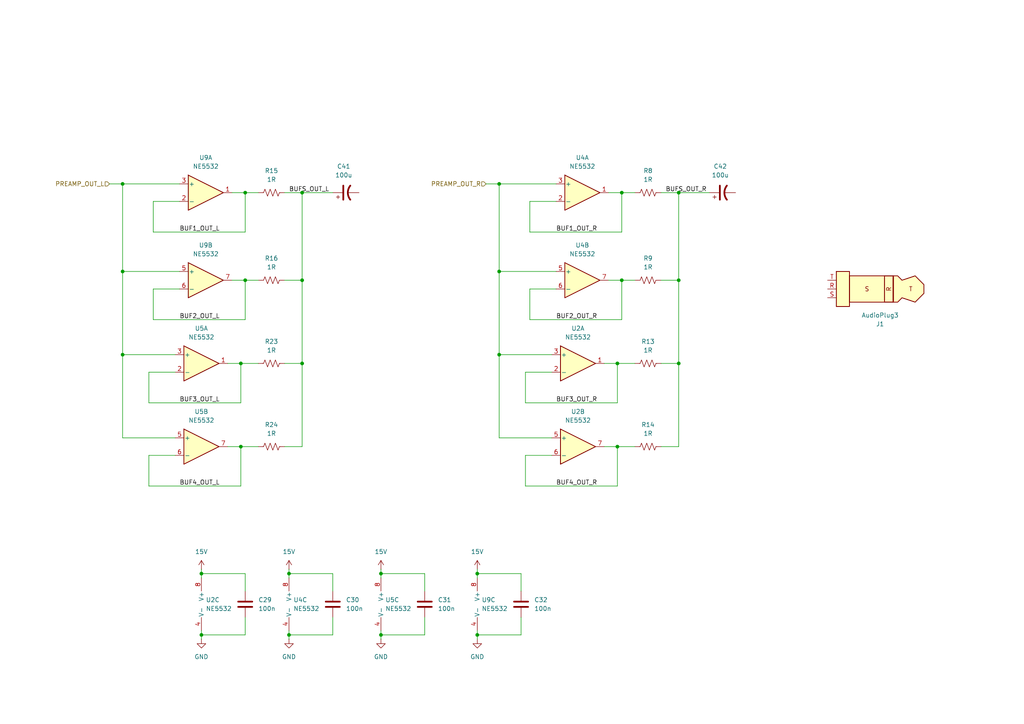
<source format=kicad_sch>
(kicad_sch (version 20231120) (generator "eeschema") (generator_version "8.0")
  (paper "A4")
  (lib_symbols
    (symbol "Amplifier_Operational:NE5532" (pin_names (offset 0.127))
      (property "Reference" "U" (at 0 5.08 0))
      (property "Value" "NE5532" (at 0 -5.08 0))
      (symbol "NE5532_1_1"
        (polyline (pts (xy -5.08 5.08) (xy 5.08 0) (xy -5.08 -5.08) (xy -5.08 5.08)) (stroke (width 0.254)) (fill (type background)))
        (pin output line (at 7.62 0 180) (length 2.54) (name "~") (number "1"))
        (pin input line (at -7.62 -2.54 0) (length 2.54) (name "-") (number "2"))
        (pin input line (at -7.62 2.54 0) (length 2.54) (name "+") (number "3"))
      )
      (symbol "NE5532_2_1"
        (polyline (pts (xy -5.08 5.08) (xy 5.08 0) (xy -5.08 -5.08) (xy -5.08 5.08)) (stroke (width 0.254)) (fill (type background)))
        (pin input line (at -7.62 2.54 0) (length 2.54) (name "+") (number "5"))
        (pin input line (at -7.62 -2.54 0) (length 2.54) (name "-") (number "6"))
        (pin output line (at 7.62 0 180) (length 2.54) (name "~") (number "7"))
      )
      (symbol "NE5532_3_1"
        (pin power_in line (at -2.54 -7.62 90) (length 3.81) (name "V-") (number "4"))
        (pin power_in line (at -2.54 7.62 270) (length 3.81) (name "V+") (number "8"))
      )
    )
    (symbol "Connector_Audio:AudioPlug3"
      (property "Reference" "J" (at 1.27 6.35 0))
      (property "Value" "AudioPlug3" (at 1.27 -6.35 0))
      (symbol "AudioPlug3_0_0"
        (text "R" (at -2.54 0 900) (effects (font (size 1.27 1.27))))
      )
      (symbol "AudioPlug3_0_1"
        (rectangle (start -3.81 3.81) (end -1.27 -3.81) (stroke (width 0.254)))
        (rectangle (start -1.27 -1.27) (end -1.27 -1.27))
      )
      (symbol "AudioPlug3_1_0"
        (text "S" (at 3.81 0 0) (effects (font (size 1.27 1.27))))
        (text "T" (at -8.89 0 0) (effects (font (size 1.27 1.27))))
      )
      (symbol "AudioPlug3_1_1"
        (rectangle (start -3.81 3.81) (end 8.89 -3.81) (stroke (width 0.254)) (fill (type background)))
        (polyline (pts (xy -3.81 3.81) (xy -5.08 3.81) (xy -6.35 2.54) (xy -10.16 3.81) (xy -12.7 1.27) (xy -12.7 -1.27) (xy -10.16 -3.81) (xy -6.35 -2.54) (xy -5.08 -3.81) (xy -3.81 -3.81) (xy -3.81 3.81)) (stroke (width 0.254)) (fill (type background)))
        (rectangle (start 12.7 5.08) (end 8.89 -5.08) (stroke (width 0.254)) (fill (type background)))
        (pin passive line (at 15.24 0 180) (length 2.54) (name "~") (number "R"))
        (pin passive line (at 15.24 2.54 180) (length 2.54) (name "~") (number "S"))
        (pin passive line (at 15.24 -2.54 180) (length 2.54) (name "~") (number "T"))
      )
    )
    (symbol "Device:C" (pin_numbers hide) (pin_names (offset 0.254))
      (property "Reference" "C" (at 0.635 2.54 0))
      (property "Value" "C" (at 0.635 -2.54 0))
      (symbol "C_0_1"
        (polyline (pts (xy -2.032 -0.762) (xy 2.032 -0.762)) (stroke (width 0.508)))
        (polyline (pts (xy -2.032 0.762) (xy 2.032 0.762)) (stroke (width 0.508)))
      )
      (symbol "C_1_1"
        (pin passive line (at 0 3.81 270) (length 2.794) (name "~") (number "1"))
        (pin passive line (at 0 -3.81 90) (length 2.794) (name "~") (number "2"))
      )
    )
    (symbol "Device:C_Polarized_US" (pin_numbers hide) (pin_names (offset 0.254) hide)
      (property "Reference" "C" (at 0.635 2.54 0))
      (property "Value" "C_Polarized_US" (at 0.635 -2.54 0))
      (symbol "C_Polarized_US_0_1"
        (polyline (pts (xy -2.032 0.762) (xy 2.032 0.762)) (stroke (width 0.508)))
        (polyline (pts (xy -1.778 2.286) (xy -0.762 2.286)))
        (polyline (pts (xy -1.27 1.778) (xy -1.27 2.794)))
        (arc (start 2.032 -1.27) (mid 0 -0.5572) (end -2.032 -1.27) (stroke (width 0.508)))
      )
      (symbol "C_Polarized_US_1_1"
        (pin passive line (at 0 3.81 270) (length 2.794) (name "~") (number "1"))
        (pin passive line (at 0 -3.81 90) (length 3.302) (name "~") (number "2"))
      )
    )
    (symbol "Device:R_US" (pin_numbers hide) (pin_names (offset 0))
      (property "Reference" "R" (at 2.54 0 90))
      (property "Value" "R_US" (at -2.54 0 90))
      (symbol "R_US_0_1"
        (polyline (pts (xy 0 -2.286) (xy 0 -2.54)))
        (polyline (pts (xy 0 2.286) (xy 0 2.54)))
        (polyline (pts (xy 0 -0.762) (xy 1.016 -1.143) (xy 0 -1.524) (xy -1.016 -1.905) (xy 0 -2.286)))
        (polyline (pts (xy 0 0.762) (xy 1.016 0.381) (xy 0 0) (xy -1.016 -0.381) (xy 0 -0.762)))
        (polyline (pts (xy 0 2.286) (xy 1.016 1.905) (xy 0 1.524) (xy -1.016 1.143) (xy 0 0.762)))
      )
      (symbol "R_US_1_1"
        (pin passive line (at 0 3.81 270) (length 1.27) (name "~") (number "1"))
        (pin passive line (at 0 -3.81 90) (length 1.27) (name "~") (number "2"))
      )
    )
    (symbol "power:+15V" (power) (pin_numbers hide) (pin_names (offset 0) hide)
      (property "Value" "+15V" (at 0 3.556 0))
      (symbol "+15V_0_1"
        (polyline (pts (xy -0.762 1.27) (xy 0 2.54)))
        (polyline (pts (xy 0 0) (xy 0 2.54)))
        (polyline (pts (xy 0 2.54) (xy 0.762 1.27)))
      )
      (symbol "+15V_1_1"
        (pin power_in line (at 0 0 90) (length 0) (name "~") (number "1"))
      )
    )
    (symbol "power:GND" (power) (pin_numbers hide) (pin_names (offset 0) hide)
      (property "Value" "GND" (at 0 -3.81 0))
      (symbol "GND_0_1"
        (polyline (pts (xy 0 0) (xy 0 -1.27) (xy 1.27 -1.27) (xy 0 -2.54) (xy -1.27 -1.27) (xy 0 -1.27)))
      )
      (symbol "GND_1_1"
        (pin power_in line (at 0 0 270) (length 0) (name "~") (number "1"))
      )
    )
  )
  (junction (at 83.82 166.37))
  (junction (at 179.07 105.41))
  (junction (at 138.43 166.37))
  (junction (at 196.85 105.41))
  (junction (at 58.42 184.15))
  (junction (at 138.43 184.15))
  (junction (at 144.78 78.74))
  (junction (at 69.85 129.54))
  (junction (at 35.56 53.34))
  (junction (at 83.82 184.15))
  (junction (at 71.12 55.88))
  (junction (at 69.85 105.41))
  (junction (at 110.49 184.15))
  (junction (at 110.49 166.37))
  (junction (at 196.85 55.88))
  (junction (at 35.56 102.87))
  (junction (at 179.07 129.54))
  (junction (at 180.34 55.88))
  (junction (at 71.12 81.28))
  (junction (at 144.78 53.34))
  (junction (at 196.85 81.28))
  (junction (at 87.63 81.28))
  (junction (at 35.56 78.74))
  (junction (at 144.78 102.87))
  (junction (at 58.42 166.37))
  (junction (at 87.63 55.88))
  (junction (at 180.34 81.28))
  (junction (at 87.63 105.41))
  (wire (pts (xy 71.12 67.31) (xy 71.12 55.88)))
  (wire (pts (xy 152.4 140.97) (xy 179.07 140.97)))
  (wire (pts (xy 180.34 55.88) (xy 184.15 55.88)))
  (wire (pts (xy 138.43 184.15) (xy 138.43 182.88)))
  (wire (pts (xy 43.18 132.08) (xy 43.18 140.97)))
  (wire (pts (xy 191.77 105.41) (xy 196.85 105.41)))
  (wire (pts (xy 179.07 116.84) (xy 179.07 105.41)))
  (wire (pts (xy 82.55 81.28) (xy 87.63 81.28)))
  (wire (pts (xy 161.29 83.82) (xy 153.67 83.82)))
  (wire (pts (xy 43.18 116.84) (xy 69.85 116.84)))
  (wire (pts (xy 58.42 166.37) (xy 71.12 166.37)))
  (wire (pts (xy 160.02 107.95) (xy 152.4 107.95)))
  (wire (pts (xy 196.85 81.28) (xy 196.85 55.88)))
  (wire (pts (xy 69.85 105.41) (xy 74.93 105.41)))
  (wire (pts (xy 123.19 179.07) (xy 123.19 184.15)))
  (wire (pts (xy 83.82 184.15) (xy 83.82 182.88)))
  (wire (pts (xy 96.52 184.15) (xy 83.82 184.15)))
  (wire (pts (xy 138.43 166.37) (xy 151.13 166.37)))
  (wire (pts (xy 153.67 92.71) (xy 180.34 92.71)))
  (wire (pts (xy 110.49 165.1) (xy 110.49 166.37)))
  (wire (pts (xy 58.42 185.42) (xy 58.42 184.15)))
  (wire (pts (xy 160.02 127) (xy 144.78 127)))
  (wire (pts (xy 110.49 185.42) (xy 110.49 184.15)))
  (wire (pts (xy 87.63 81.28) (xy 87.63 105.41)))
  (wire (pts (xy 179.07 140.97) (xy 179.07 129.54)))
  (wire (pts (xy 71.12 166.37) (xy 71.12 171.45)))
  (wire (pts (xy 152.4 132.08) (xy 152.4 140.97)))
  (wire (pts (xy 152.4 116.84) (xy 179.07 116.84)))
  (wire (pts (xy 50.8 132.08) (xy 43.18 132.08)))
  (wire (pts (xy 82.55 55.88) (xy 87.63 55.88)))
  (wire (pts (xy 35.56 102.87) (xy 35.56 78.74)))
  (wire (pts (xy 144.78 78.74) (xy 161.29 78.74)))
  (wire (pts (xy 87.63 129.54) (xy 82.55 129.54)))
  (wire (pts (xy 83.82 166.37) (xy 96.52 166.37)))
  (wire (pts (xy 71.12 179.07) (xy 71.12 184.15)))
  (wire (pts (xy 153.67 58.42) (xy 153.67 67.31)))
  (wire (pts (xy 110.49 166.37) (xy 110.49 167.64)))
  (wire (pts (xy 35.56 102.87) (xy 50.8 102.87)))
  (wire (pts (xy 69.85 140.97) (xy 69.85 129.54)))
  (wire (pts (xy 69.85 129.54) (xy 66.04 129.54)))
  (wire (pts (xy 179.07 129.54) (xy 175.26 129.54)))
  (wire (pts (xy 179.07 105.41) (xy 184.15 105.41)))
  (wire (pts (xy 71.12 92.71) (xy 71.12 81.28)))
  (wire (pts (xy 58.42 184.15) (xy 58.42 182.88)))
  (wire (pts (xy 58.42 165.1) (xy 58.42 166.37)))
  (wire (pts (xy 151.13 166.37) (xy 151.13 171.45)))
  (wire (pts (xy 52.07 83.82) (xy 44.45 83.82)))
  (wire (pts (xy 110.49 166.37) (xy 123.19 166.37)))
  (wire (pts (xy 140.97 53.34) (xy 144.78 53.34)))
  (wire (pts (xy 96.52 179.07) (xy 96.52 184.15)))
  (wire (pts (xy 35.56 127) (xy 35.56 102.87)))
  (wire (pts (xy 180.34 67.31) (xy 180.34 55.88)))
  (wire (pts (xy 196.85 55.88) (xy 205.74 55.88)))
  (wire (pts (xy 144.78 102.87) (xy 160.02 102.87)))
  (wire (pts (xy 83.82 166.37) (xy 83.82 167.64)))
  (wire (pts (xy 153.67 83.82) (xy 153.67 92.71)))
  (wire (pts (xy 144.78 78.74) (xy 144.78 53.34)))
  (wire (pts (xy 151.13 184.15) (xy 138.43 184.15)))
  (wire (pts (xy 138.43 166.37) (xy 138.43 167.64)))
  (wire (pts (xy 71.12 55.88) (xy 74.93 55.88)))
  (wire (pts (xy 44.45 67.31) (xy 71.12 67.31)))
  (wire (pts (xy 69.85 129.54) (xy 74.93 129.54)))
  (wire (pts (xy 180.34 81.28) (xy 184.15 81.28)))
  (wire (pts (xy 44.45 58.42) (xy 44.45 67.31)))
  (wire (pts (xy 31.75 53.34) (xy 35.56 53.34)))
  (wire (pts (xy 110.49 184.15) (xy 110.49 182.88)))
  (wire (pts (xy 180.34 92.71) (xy 180.34 81.28)))
  (wire (pts (xy 138.43 185.42) (xy 138.43 184.15)))
  (wire (pts (xy 44.45 83.82) (xy 44.45 92.71)))
  (wire (pts (xy 43.18 140.97) (xy 69.85 140.97)))
  (wire (pts (xy 153.67 67.31) (xy 180.34 67.31)))
  (wire (pts (xy 87.63 55.88) (xy 87.63 81.28)))
  (wire (pts (xy 179.07 105.41) (xy 175.26 105.41)))
  (wire (pts (xy 161.29 58.42) (xy 153.67 58.42)))
  (wire (pts (xy 50.8 107.95) (xy 43.18 107.95)))
  (wire (pts (xy 160.02 132.08) (xy 152.4 132.08)))
  (wire (pts (xy 180.34 55.88) (xy 176.53 55.88)))
  (wire (pts (xy 151.13 179.07) (xy 151.13 184.15)))
  (wire (pts (xy 96.52 166.37) (xy 96.52 171.45)))
  (wire (pts (xy 82.55 105.41) (xy 87.63 105.41)))
  (wire (pts (xy 43.18 107.95) (xy 43.18 116.84)))
  (wire (pts (xy 191.77 129.54) (xy 196.85 129.54)))
  (wire (pts (xy 69.85 116.84) (xy 69.85 105.41)))
  (wire (pts (xy 180.34 81.28) (xy 176.53 81.28)))
  (wire (pts (xy 52.07 58.42) (xy 44.45 58.42)))
  (wire (pts (xy 144.78 102.87) (xy 144.78 78.74)))
  (wire (pts (xy 71.12 81.28) (xy 74.93 81.28)))
  (wire (pts (xy 196.85 105.41) (xy 196.85 129.54)))
  (wire (pts (xy 35.56 78.74) (xy 35.56 53.34)))
  (wire (pts (xy 152.4 107.95) (xy 152.4 116.84)))
  (wire (pts (xy 191.77 81.28) (xy 196.85 81.28)))
  (wire (pts (xy 196.85 81.28) (xy 196.85 105.41)))
  (wire (pts (xy 144.78 127) (xy 144.78 102.87)))
  (wire (pts (xy 123.19 184.15) (xy 110.49 184.15)))
  (wire (pts (xy 71.12 55.88) (xy 67.31 55.88)))
  (wire (pts (xy 179.07 129.54) (xy 184.15 129.54)))
  (wire (pts (xy 44.45 92.71) (xy 71.12 92.71)))
  (wire (pts (xy 50.8 127) (xy 35.56 127)))
  (wire (pts (xy 69.85 105.41) (xy 66.04 105.41)))
  (wire (pts (xy 35.56 78.74) (xy 52.07 78.74)))
  (wire (pts (xy 71.12 184.15) (xy 58.42 184.15)))
  (wire (pts (xy 191.77 55.88) (xy 196.85 55.88)))
  (wire (pts (xy 138.43 165.1) (xy 138.43 166.37)))
  (wire (pts (xy 71.12 81.28) (xy 67.31 81.28)))
  (wire (pts (xy 144.78 53.34) (xy 161.29 53.34)))
  (wire (pts (xy 35.56 53.34) (xy 52.07 53.34)))
  (wire (pts (xy 123.19 166.37) (xy 123.19 171.45)))
  (wire (pts (xy 83.82 165.1) (xy 83.82 166.37)))
  (wire (pts (xy 58.42 166.37) (xy 58.42 167.64)))
  (wire (pts (xy 87.63 105.41) (xy 87.63 129.54)))
  (wire (pts (xy 87.63 55.88) (xy 96.52 55.88)))
  (wire (pts (xy 83.82 185.42) (xy 83.82 184.15)))
  (label "BUF4_OUT_R" (at 161.29 140.97 0))
  (label "BUF4_OUT_L" (at 52.07 140.97 0))
  (label "BUF3_OUT_R" (at 161.29 116.84 0))
  (label "BUF3_OUT_L" (at 52.07 116.84 0))
  (label "BUFS_OUT_L" (at 83.82 55.88 0))
  (label "BUF1_OUT_R" (at 161.29 67.31 0))
  (label "BUFS_OUT_R" (at 193.04 55.88 0))
  (label "BUF1_OUT_L" (at 52.07 67.31 0))
  (label "BUF2_OUT_L" (at 52.07 92.71 0))
  (label "BUF2_OUT_R" (at 161.29 92.71 0))
  (hierarchical_label "PREAMP_OUT_R" (shape input) (at 140.97 53.34 180))
  (hierarchical_label "PREAMP_OUT_L" (shape input) (at 31.75 53.34 180))
  (symbol (lib_id "power:+15V") (at 110.49 165.1 0) (unit 1)
    (property "Reference" "#PWR051" (effects (hide yes)))
    (property "Value" "15V" (at 110.49 160.02 0))
    (property "Description" "Power symbol creates a global label with name \"+15V\"" (effects (hide yes)))
  )
  (symbol (lib_id "Device:C") (at 151.13 175.26 0) (unit 1)
    (property "Reference" "C32" (at 154.94 173.9899 0) (effects (justify left)))
    (property "Value" "100n" (at 154.94 176.5299 0) (effects (justify left)))
    (property "Footprint" "Capacitor_SMD:C_0805_2012Metric_Pad1.18x1.45mm_HandSolder" (effects (hide yes)))
    (property "Description" "Unpolarized capacitor" (effects (hide yes)))
  )
  (symbol (lib_id "Device:C") (at 71.12 175.26 0) (unit 1)
    (property "Reference" "C29" (at 74.93 173.9899 0) (effects (justify left)))
    (property "Value" "100n" (at 74.93 176.5299 0) (effects (justify left)))
    (property "Footprint" "Capacitor_SMD:C_0805_2012Metric_Pad1.18x1.45mm_HandSolder" (effects (hide yes)))
    (property "Description" "Unpolarized capacitor" (effects (hide yes)))
  )
  (symbol (lib_id "Device:C_Polarized_US") (at 209.55 55.88 90) (unit 1)
    (property "Reference" "C42" (at 208.915 48.26 90))
    (property "Value" "100u" (at 208.915 50.8 90))
    (property "Description" "Polarized capacitor, US symbol" (effects (hide yes)))
  )
  (symbol (lib_id "power:+15V") (at 58.42 165.1 0) (unit 1)
    (property "Reference" "#PWR047" (effects (hide yes)))
    (property "Value" "15V" (at 58.42 160.02 0))
    (property "Description" "Power symbol creates a global label with name \"+15V\"" (effects (hide yes)))
  )
  (symbol (lib_id "Amplifier_Operational:NE5532") (at 167.64 129.54 0) (unit 2)
    (property "Reference" "U2" (at 167.64 119.38 0))
    (property "Value" "NE5532" (at 167.64 121.92 0))
    (property "Footprint" "Package_SO:SOIC-8_3.9x4.9mm_P1.27mm" (effects (hide yes)))
    (property "Datasheet" "http://www.ti.com/lit/ds/symlink/ne5532.pdf" (effects (hide yes)))
    (property "Description" "Dual Low-Noise Operational Amplifiers, DIP-8/SOIC-8" (effects (hide yes)))
  )
  (symbol (lib_id "Amplifier_Operational:NE5532") (at 59.69 55.88 0) (unit 1)
    (property "Reference" "U9" (at 59.69 45.72 0))
    (property "Value" "NE5532" (at 59.69 48.26 0))
    (property "Footprint" "Package_SO:SOIC-8_3.9x4.9mm_P1.27mm" (effects (hide yes)))
    (property "Datasheet" "http://www.ti.com/lit/ds/symlink/ne5532.pdf" (effects (hide yes)))
    (property "Description" "Dual Low-Noise Operational Amplifiers, DIP-8/SOIC-8" (effects (hide yes)))
  )
  (symbol (lib_id "power:GND") (at 58.42 185.42 0) (unit 1)
    (property "Reference" "#PWR048" (effects (hide yes)))
    (property "Value" "GND" (at 58.42 190.5 0))
    (property "Description" "Power symbol creates a global label with name \"GND\" , ground" (effects (hide yes)))
  )
  (symbol (lib_id "Amplifier_Operational:NE5532") (at 58.42 129.54 0) (unit 2)
    (property "Reference" "U5" (at 58.42 119.38 0))
    (property "Value" "NE5532" (at 58.42 121.92 0))
    (property "Footprint" "Package_SO:SOIC-8_3.9x4.9mm_P1.27mm" (effects (hide yes)))
    (property "Datasheet" "http://www.ti.com/lit/ds/symlink/ne5532.pdf" (effects (hide yes)))
    (property "Description" "Dual Low-Noise Operational Amplifiers, DIP-8/SOIC-8" (effects (hide yes)))
  )
  (symbol (lib_id "Amplifier_Operational:NE5532") (at 168.91 55.88 0) (unit 1)
    (property "Reference" "U4" (at 168.91 45.72 0))
    (property "Value" "NE5532" (at 168.91 48.26 0))
    (property "Footprint" "Package_SO:SOIC-8_3.9x4.9mm_P1.27mm" (effects (hide yes)))
    (property "Datasheet" "http://www.ti.com/lit/ds/symlink/ne5532.pdf" (effects (hide yes)))
    (property "Description" "Dual Low-Noise Operational Amplifiers, DIP-8/SOIC-8" (effects (hide yes)))
  )
  (symbol (lib_id "Amplifier_Operational:NE5532") (at 113.03 175.26 0) (unit 3)
    (property "Reference" "U5" (at 111.76 173.9899 0) (effects (justify left)))
    (property "Value" "NE5532" (at 111.76 176.5299 0) (effects (justify left)))
    (property "Footprint" "Package_SO:SOIC-8_3.9x4.9mm_P1.27mm" (effects (hide yes)))
    (property "Datasheet" "http://www.ti.com/lit/ds/symlink/ne5532.pdf" (effects (hide yes)))
    (property "Description" "Dual Low-Noise Operational Amplifiers, DIP-8/SOIC-8" (effects (hide yes)))
  )
  (symbol (lib_id "Amplifier_Operational:NE5532") (at 140.97 175.26 0) (unit 3)
    (property "Reference" "U9" (at 139.7 173.9899 0) (effects (justify left)))
    (property "Value" "NE5532" (at 139.7 176.5299 0) (effects (justify left)))
    (property "Footprint" "Package_SO:SOIC-8_3.9x4.9mm_P1.27mm" (effects (hide yes)))
    (property "Datasheet" "http://www.ti.com/lit/ds/symlink/ne5532.pdf" (effects (hide yes)))
    (property "Description" "Dual Low-Noise Operational Amplifiers, DIP-8/SOIC-8" (effects (hide yes)))
  )
  (symbol (lib_id "power:GND") (at 110.49 185.42 0) (unit 1)
    (property "Reference" "#PWR052" (effects (hide yes)))
    (property "Value" "GND" (at 110.49 190.5 0))
    (property "Description" "Power symbol creates a global label with name \"GND\" , ground" (effects (hide yes)))
  )
  (symbol (lib_id "Amplifier_Operational:NE5532") (at 168.91 81.28 0) (unit 2)
    (property "Reference" "U4" (at 168.91 71.12 0))
    (property "Value" "NE5532" (at 168.91 73.66 0))
    (property "Footprint" "Package_SO:SOIC-8_3.9x4.9mm_P1.27mm" (effects (hide yes)))
    (property "Datasheet" "http://www.ti.com/lit/ds/symlink/ne5532.pdf" (effects (hide yes)))
    (property "Description" "Dual Low-Noise Operational Amplifiers, DIP-8/SOIC-8" (effects (hide yes)))
  )
  (symbol (lib_id "Connector_Audio:AudioPlug3") (at 255.27 83.82 180) (unit 1)
    (property "Reference" "J1" (at 255.27 93.98 0))
    (property "Value" "AudioPlug3" (at 255.27 91.44 0))
    (property "Description" "Audio Jack, 3 Poles (Stereo / TRS)" (effects (hide yes)))
  )
  (symbol (lib_id "Device:R_US") (at 78.74 129.54 90) (unit 1)
    (property "Reference" "R24" (at 78.74 123.19 90))
    (property "Value" "1R" (at 78.74 125.73 90))
    (property "Description" "Resistor, US symbol" (effects (hide yes)))
  )
  (symbol (lib_id "Device:R_US") (at 187.96 129.54 90) (unit 1)
    (property "Reference" "R14" (at 187.96 123.19 90))
    (property "Value" "1R" (at 187.96 125.73 90))
    (property "Description" "Resistor, US symbol" (effects (hide yes)))
  )
  (symbol (lib_id "Device:R_US") (at 187.96 105.41 90) (unit 1)
    (property "Reference" "R13" (at 187.96 99.06 90))
    (property "Value" "1R" (at 187.96 101.6 90))
    (property "Description" "Resistor, US symbol" (effects (hide yes)))
  )
  (symbol (lib_id "power:+15V") (at 138.43 165.1 0) (unit 1)
    (property "Reference" "#PWR053" (effects (hide yes)))
    (property "Value" "15V" (at 138.43 160.02 0))
    (property "Description" "Power symbol creates a global label with name \"+15V\"" (effects (hide yes)))
  )
  (symbol (lib_id "Amplifier_Operational:NE5532") (at 60.96 175.26 0) (unit 3)
    (property "Reference" "U2" (at 59.69 173.9899 0) (effects (justify left)))
    (property "Value" "NE5532" (at 59.69 176.5299 0) (effects (justify left)))
    (property "Footprint" "Package_SO:SOIC-8_3.9x4.9mm_P1.27mm" (effects (hide yes)))
    (property "Datasheet" "http://www.ti.com/lit/ds/symlink/ne5532.pdf" (effects (hide yes)))
    (property "Description" "Dual Low-Noise Operational Amplifiers, DIP-8/SOIC-8" (effects (hide yes)))
  )
  (symbol (lib_id "Amplifier_Operational:NE5532") (at 59.69 81.28 0) (unit 2)
    (property "Reference" "U9" (at 59.69 71.12 0))
    (property "Value" "NE5532" (at 59.69 73.66 0))
    (property "Footprint" "Package_SO:SOIC-8_3.9x4.9mm_P1.27mm" (effects (hide yes)))
    (property "Datasheet" "http://www.ti.com/lit/ds/symlink/ne5532.pdf" (effects (hide yes)))
    (property "Description" "Dual Low-Noise Operational Amplifiers, DIP-8/SOIC-8" (effects (hide yes)))
  )
  (symbol (lib_id "Amplifier_Operational:NE5532") (at 86.36 175.26 0) (unit 3)
    (property "Reference" "U4" (at 85.09 173.9899 0) (effects (justify left)))
    (property "Value" "NE5532" (at 85.09 176.5299 0) (effects (justify left)))
    (property "Footprint" "Package_SO:SOIC-8_3.9x4.9mm_P1.27mm" (effects (hide yes)))
    (property "Datasheet" "http://www.ti.com/lit/ds/symlink/ne5532.pdf" (effects (hide yes)))
    (property "Description" "Dual Low-Noise Operational Amplifiers, DIP-8/SOIC-8" (effects (hide yes)))
  )
  (symbol (lib_id "power:GND") (at 83.82 185.42 0) (unit 1)
    (property "Reference" "#PWR050" (effects (hide yes)))
    (property "Value" "GND" (at 83.82 190.5 0))
    (property "Description" "Power symbol creates a global label with name \"GND\" , ground" (effects (hide yes)))
  )
  (symbol (lib_id "power:+15V") (at 83.82 165.1 0) (unit 1)
    (property "Reference" "#PWR049" (effects (hide yes)))
    (property "Value" "15V" (at 83.82 160.02 0))
    (property "Description" "Power symbol creates a global label with name \"+15V\"" (effects (hide yes)))
  )
  (symbol (lib_id "power:GND") (at 138.43 185.42 0) (unit 1)
    (property "Reference" "#PWR054" (effects (hide yes)))
    (property "Value" "GND" (at 138.43 190.5 0))
    (property "Description" "Power symbol creates a global label with name \"GND\" , ground" (effects (hide yes)))
  )
  (symbol (lib_id "Device:R_US") (at 187.96 81.28 90) (unit 1)
    (property "Reference" "R9" (at 187.96 74.93 90))
    (property "Value" "1R" (at 187.96 77.47 90))
    (property "Description" "Resistor, US symbol" (effects (hide yes)))
  )
  (symbol (lib_id "Device:R_US") (at 187.96 55.88 90) (unit 1)
    (property "Reference" "R8" (at 187.96 49.53 90))
    (property "Value" "1R" (at 187.96 52.07 90))
    (property "Description" "Resistor, US symbol" (effects (hide yes)))
  )
  (symbol (lib_id "Amplifier_Operational:NE5532") (at 167.64 105.41 0) (unit 1)
    (property "Reference" "U2" (at 167.64 95.25 0))
    (property "Value" "NE5532" (at 167.64 97.79 0))
    (property "Footprint" "Package_SO:SOIC-8_3.9x4.9mm_P1.27mm" (effects (hide yes)))
    (property "Datasheet" "http://www.ti.com/lit/ds/symlink/ne5532.pdf" (effects (hide yes)))
    (property "Description" "Dual Low-Noise Operational Amplifiers, DIP-8/SOIC-8" (effects (hide yes)))
  )
  (symbol (lib_id "Device:R_US") (at 78.74 55.88 90) (unit 1)
    (property "Reference" "R15" (at 78.74 49.53 90))
    (property "Value" "1R" (at 78.74 52.07 90))
    (property "Description" "Resistor, US symbol" (effects (hide yes)))
  )
  (symbol (lib_id "Device:C") (at 96.52 175.26 0) (unit 1)
    (property "Reference" "C30" (at 100.33 173.9899 0) (effects (justify left)))
    (property "Value" "100n" (at 100.33 176.5299 0) (effects (justify left)))
    (property "Footprint" "Capacitor_SMD:C_0805_2012Metric_Pad1.18x1.45mm_HandSolder" (effects (hide yes)))
    (property "Description" "Unpolarized capacitor" (effects (hide yes)))
  )
  (symbol (lib_id "Device:C_Polarized_US") (at 100.33 55.88 90) (unit 1)
    (property "Reference" "C41" (at 99.695 48.26 90))
    (property "Value" "100u" (at 99.695 50.8 90))
    (property "Description" "Polarized capacitor, US symbol" (effects (hide yes)))
  )
  (symbol (lib_id "Amplifier_Operational:NE5532") (at 58.42 105.41 0) (unit 1)
    (property "Reference" "U5" (at 58.42 95.25 0))
    (property "Value" "NE5532" (at 58.42 97.79 0))
    (property "Footprint" "Package_SO:SOIC-8_3.9x4.9mm_P1.27mm" (effects (hide yes)))
    (property "Datasheet" "http://www.ti.com/lit/ds/symlink/ne5532.pdf" (effects (hide yes)))
    (property "Description" "Dual Low-Noise Operational Amplifiers, DIP-8/SOIC-8" (effects (hide yes)))
  )
  (symbol (lib_id "Device:C") (at 123.19 175.26 0) (unit 1)
    (property "Reference" "C31" (at 127 173.9899 0) (effects (justify left)))
    (property "Value" "100n" (at 127 176.5299 0) (effects (justify left)))
    (property "Footprint" "Capacitor_SMD:C_0805_2012Metric_Pad1.18x1.45mm_HandSolder" (effects (hide yes)))
    (property "Description" "Unpolarized capacitor" (effects (hide yes)))
  )
  (symbol (lib_id "Device:R_US") (at 78.74 105.41 90) (unit 1)
    (property "Reference" "R23" (at 78.74 99.06 90))
    (property "Value" "1R" (at 78.74 101.6 90))
    (property "Description" "Resistor, US symbol" (effects (hide yes)))
  )
  (symbol (lib_id "Device:R_US") (at 78.74 81.28 90) (unit 1)
    (property "Reference" "R16" (at 78.74 74.93 90))
    (property "Value" "1R" (at 78.74 77.47 90))
    (property "Description" "Resistor, US symbol" (effects (hide yes)))
  )
)
</source>
